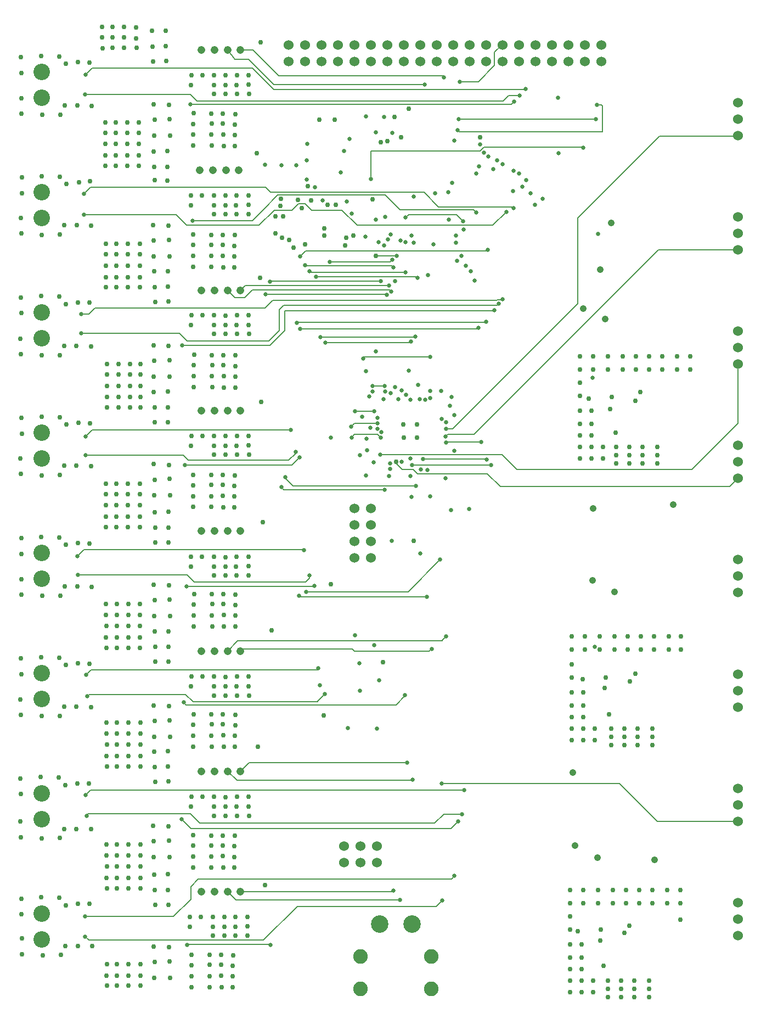
<source format=gbr>
G04 EAGLE Gerber RS-274X export*
G75*
%MOMM*%
%FSLAX34Y34*%
%LPD*%
%INCopper Layer 14*%
%IPPOS*%
%AMOC8*
5,1,8,0,0,1.08239X$1,22.5*%
G01*
%ADD10C,1.208000*%
%ADD11C,1.524000*%
%ADD12C,2.700000*%
%ADD13C,2.250000*%
%ADD14C,2.550000*%
%ADD15C,0.660400*%
%ADD16C,0.152400*%
%ADD17C,0.756400*%
%ADD18C,1.056400*%


D10*
X409420Y1283120D03*
X429420Y1283120D03*
X449420Y1283120D03*
X469420Y1283120D03*
X406880Y1097700D03*
X426880Y1097700D03*
X446880Y1097700D03*
X466880Y1097700D03*
X409420Y726860D03*
X429420Y726860D03*
X449420Y726860D03*
X469420Y726860D03*
X409420Y541440D03*
X429420Y541440D03*
X449420Y541440D03*
X469420Y541440D03*
X409420Y356020D03*
X429420Y356020D03*
X449420Y356020D03*
X469420Y356020D03*
X409420Y170600D03*
X429420Y170600D03*
X449420Y170600D03*
X469420Y170600D03*
X409420Y-14820D03*
X429420Y-14820D03*
X449420Y-14820D03*
X469420Y-14820D03*
X409420Y912280D03*
X429420Y912280D03*
X449420Y912280D03*
X469420Y912280D03*
D11*
X1236980Y1151128D03*
X1236980Y1176528D03*
X1236980Y1201928D03*
X1236980Y974852D03*
X1236980Y1000252D03*
X1236980Y1025652D03*
X1236980Y798576D03*
X1236980Y823976D03*
X1236980Y849376D03*
X1236980Y622300D03*
X1236980Y647700D03*
X1236980Y673100D03*
X1236980Y446024D03*
X1236980Y471424D03*
X1236980Y496824D03*
X1236980Y269748D03*
X1236980Y295148D03*
X1236980Y320548D03*
X1236980Y93472D03*
X1236980Y118872D03*
X1236980Y144272D03*
X1236980Y-82804D03*
X1236980Y-57404D03*
X1236980Y-32004D03*
X1026160Y1290320D03*
X1000760Y1290320D03*
X975360Y1290320D03*
X949960Y1290320D03*
X924560Y1290320D03*
X899160Y1290320D03*
X1026160Y1264920D03*
X1000760Y1264920D03*
X975360Y1264920D03*
X949960Y1264920D03*
X924560Y1264920D03*
X899160Y1264920D03*
X873760Y1290320D03*
X873760Y1264920D03*
X848360Y1290320D03*
X822960Y1290320D03*
X797560Y1290320D03*
X772160Y1290320D03*
X746760Y1290320D03*
X721360Y1290320D03*
X848360Y1264920D03*
X822960Y1264920D03*
X797560Y1264920D03*
X772160Y1264920D03*
X746760Y1264920D03*
X721360Y1264920D03*
X695960Y1290320D03*
X695960Y1264920D03*
X670560Y1290320D03*
X645160Y1290320D03*
X619760Y1290320D03*
X594360Y1290320D03*
X568960Y1290320D03*
X543560Y1290320D03*
X670560Y1264920D03*
X645160Y1264920D03*
X619760Y1264920D03*
X594360Y1264920D03*
X568960Y1264920D03*
X543560Y1264920D03*
X680212Y55372D03*
X654812Y55372D03*
X629412Y55372D03*
X680212Y29972D03*
X654812Y29972D03*
X629412Y29972D03*
D12*
X734168Y-65024D03*
X684168Y-65024D03*
D13*
X764168Y-115024D03*
X654168Y-115024D03*
X654168Y-165024D03*
X764168Y-165024D03*
D14*
X162560Y136640D03*
X162560Y97040D03*
X162560Y878320D03*
X162560Y838720D03*
X162560Y692900D03*
X162560Y653300D03*
X162560Y507480D03*
X162560Y467880D03*
X162560Y322060D03*
X162560Y282460D03*
X162560Y-48780D03*
X162560Y-88380D03*
X162560Y1249160D03*
X162560Y1209560D03*
X162560Y1063740D03*
X162560Y1024140D03*
D11*
X645668Y576072D03*
X645668Y550672D03*
X645668Y525272D03*
X645668Y499872D03*
X671068Y576072D03*
X671068Y550672D03*
X671068Y525272D03*
X671068Y499872D03*
D15*
X686816Y693928D03*
X663194Y787146D03*
X692404Y1025652D03*
X685546Y685064D03*
X701040Y998220D03*
X608584Y685292D03*
X641096Y685292D03*
D16*
X645668Y689864D02*
X680746Y689864D01*
X645668Y689864D02*
X641096Y685292D01*
X680746Y689864D02*
X685546Y685064D01*
D15*
X607568Y956056D03*
D16*
X700278Y956056D01*
D15*
X703326Y959104D03*
D16*
X700278Y956056D01*
D15*
X728980Y788416D03*
X716280Y989076D03*
X731520Y743712D03*
X680401Y699008D03*
X667766Y748538D03*
X691388Y981456D03*
X678180Y817880D03*
D17*
X673608Y1052576D03*
D15*
X691388Y1179576D03*
X799592Y1143000D03*
X794766Y748030D03*
X762000Y756920D03*
X661924Y995172D03*
X704088Y1155192D03*
X700024Y637032D03*
X674624Y647192D03*
X699008Y625856D03*
X758190Y635254D03*
X669544Y700532D03*
X683006Y310642D03*
X591566Y303276D03*
X654050Y294386D03*
X785876Y622808D03*
X822452Y575056D03*
X676148Y365252D03*
X652526Y337058D03*
X624332Y1093724D03*
X641096Y1030224D03*
X572516Y1138428D03*
X638048Y1146048D03*
X1012952Y777240D03*
X1021588Y999236D03*
X960120Y1123696D03*
X1016508Y362712D03*
X678434Y1155446D03*
X572008Y1113028D03*
X595884Y1050544D03*
X584200Y1070864D03*
X571500Y1083056D03*
X678180Y1021588D03*
X801624Y985520D03*
X791210Y1021588D03*
X838897Y1137412D03*
X634746Y237236D03*
X555752Y1104900D03*
X532384Y1104900D03*
X507238Y1105662D03*
X747268Y506476D03*
D17*
X256032Y1318260D03*
X272288Y1318260D03*
X290068Y1318260D03*
X308356Y1317752D03*
X256032Y1302004D03*
X272288Y1302004D03*
X290068Y1302512D03*
X308356Y1300988D03*
X256540Y1285748D03*
X271780Y1286256D03*
X289560Y1286256D03*
X308864Y1286256D03*
X262636Y-144272D03*
X278892Y-144272D03*
X296672Y-144272D03*
X314960Y-144272D03*
X263144Y-160020D03*
X278892Y-160020D03*
X296672Y-160020D03*
X314960Y-160020D03*
X263144Y-126492D03*
X278892Y-126492D03*
X296672Y-126492D03*
X314960Y-126492D03*
X262636Y6096D03*
X278892Y6096D03*
X296672Y6096D03*
X314960Y6096D03*
X263144Y-9652D03*
X278892Y-9652D03*
X296672Y-9652D03*
X314960Y-9652D03*
X262636Y57404D03*
X278892Y57404D03*
X296672Y57404D03*
X314960Y57404D03*
X262636Y41148D03*
X278892Y41148D03*
X296672Y41148D03*
X314960Y41148D03*
X263144Y23876D03*
X278892Y23876D03*
X296672Y23876D03*
X314960Y23876D03*
X262636Y194056D03*
X278892Y194056D03*
X296672Y194056D03*
X314960Y194056D03*
X263144Y178308D03*
X278892Y178308D03*
X296672Y178308D03*
X314960Y178308D03*
X262636Y245364D03*
X278892Y245364D03*
X296672Y245364D03*
X314960Y245364D03*
X262636Y229108D03*
X278892Y229108D03*
X296672Y229108D03*
X314960Y229108D03*
X263144Y211836D03*
X278892Y211836D03*
X296672Y211836D03*
X314960Y211836D03*
X260604Y1171448D03*
X276860Y1171448D03*
X294640Y1171448D03*
X312928Y1171448D03*
X260604Y1155192D03*
X276860Y1155192D03*
X294640Y1155192D03*
X312928Y1155192D03*
X261112Y1137920D03*
X276860Y1137920D03*
X294640Y1137920D03*
X312928Y1137920D03*
X260604Y1120140D03*
X276860Y1120140D03*
X294640Y1120140D03*
X312928Y1120140D03*
X261112Y1104392D03*
X276860Y1104392D03*
X294640Y1104392D03*
X312928Y1104392D03*
X261620Y983996D03*
X277876Y983996D03*
X295656Y983996D03*
X313944Y983996D03*
X261620Y967740D03*
X277876Y967740D03*
X295656Y967740D03*
X313944Y967740D03*
X262128Y950468D03*
X277876Y950468D03*
X295656Y950468D03*
X313944Y950468D03*
X261620Y932688D03*
X277876Y932688D03*
X295656Y932688D03*
X313944Y932688D03*
X262128Y916940D03*
X277876Y916940D03*
X295656Y916940D03*
X313944Y916940D03*
X315468Y782828D03*
X299212Y782828D03*
X281432Y782828D03*
X263144Y782828D03*
X314960Y798576D03*
X299212Y798576D03*
X281432Y798576D03*
X263144Y798576D03*
X315468Y731520D03*
X299212Y731520D03*
X281432Y731520D03*
X263144Y731520D03*
X315468Y747776D03*
X299212Y747776D03*
X281432Y747776D03*
X263144Y747776D03*
X314960Y765048D03*
X299212Y765048D03*
X281432Y765048D03*
X263144Y765048D03*
X262128Y376936D03*
X278384Y376936D03*
X296164Y376936D03*
X314452Y376936D03*
X262636Y361188D03*
X278384Y361188D03*
X296164Y361188D03*
X314452Y361188D03*
X262128Y428244D03*
X278384Y428244D03*
X296164Y428244D03*
X314452Y428244D03*
X262128Y411988D03*
X278384Y411988D03*
X296164Y411988D03*
X314452Y411988D03*
X262636Y394716D03*
X278384Y394716D03*
X296164Y394716D03*
X314452Y394716D03*
X261620Y614172D03*
X277876Y614172D03*
X295656Y614172D03*
X313944Y614172D03*
X261620Y597916D03*
X277876Y597916D03*
X295656Y597916D03*
X313944Y597916D03*
X262128Y580644D03*
X277876Y580644D03*
X295656Y580644D03*
X313944Y580644D03*
X261620Y562864D03*
X277876Y562864D03*
X295656Y562864D03*
X313944Y562864D03*
X262128Y547116D03*
X277876Y547116D03*
X295656Y547116D03*
X313944Y547116D03*
X1148080Y-58420D03*
X1148080Y-33020D03*
X1148080Y-12700D03*
X1127760Y-12700D03*
X1127760Y-33020D03*
X1104900Y-12700D03*
X1104900Y-33020D03*
X1084580Y-33020D03*
X1084580Y-12700D03*
X1064260Y-12700D03*
X1064260Y-33020D03*
X1043940Y-12700D03*
X1043940Y-33020D03*
X1021080Y-12700D03*
X1021080Y-33020D03*
X998220Y-33020D03*
X998220Y-12700D03*
X977900Y-12700D03*
X977900Y-33020D03*
X1149096Y358140D03*
X1149096Y378460D03*
X1130300Y378460D03*
X1130300Y358140D03*
X1107440Y378460D03*
X1107440Y358140D03*
X1087120Y358140D03*
X1087120Y378460D03*
X1066800Y378460D03*
X1066800Y358140D03*
X1046480Y378460D03*
X1046480Y358140D03*
X1023620Y378460D03*
X1023620Y358140D03*
X1000760Y358140D03*
X1000760Y378460D03*
X980440Y378460D03*
X980440Y358140D03*
X1163320Y789940D03*
X1163320Y810260D03*
X1143000Y810260D03*
X1143000Y789940D03*
X1120140Y810260D03*
X1120140Y789940D03*
X1099820Y789940D03*
X1099820Y810260D03*
X1079500Y810260D03*
X1079500Y789940D03*
X1059180Y810260D03*
X1059180Y789940D03*
X1036320Y810260D03*
X1036320Y789940D03*
X1013460Y789940D03*
X1013460Y810260D03*
X993140Y810260D03*
X993140Y789940D03*
X977900Y-53340D03*
X977900Y-73660D03*
X977900Y-96520D03*
X995680Y-96520D03*
X995680Y-116840D03*
X977900Y-116840D03*
X995680Y-134620D03*
X977900Y-134620D03*
X1013460Y-170180D03*
X1013460Y-152400D03*
X995680Y-152400D03*
X977900Y-152400D03*
X977900Y-170180D03*
X995680Y-170180D03*
X993140Y769620D03*
X993140Y749300D03*
X993140Y726440D03*
X1010920Y726440D03*
X1010920Y706120D03*
X993140Y706120D03*
X1010920Y688340D03*
X993140Y688340D03*
X1028700Y652780D03*
X1028700Y670560D03*
X1010920Y670560D03*
X993140Y670560D03*
X993140Y652780D03*
X1010920Y652780D03*
X980440Y335280D03*
X980440Y314960D03*
X980440Y292100D03*
X998220Y292100D03*
X998220Y271780D03*
X980440Y271780D03*
X998220Y254000D03*
X980440Y254000D03*
X1016000Y218440D03*
X1016000Y236220D03*
X998220Y236220D03*
X980440Y236220D03*
X980440Y218440D03*
X998220Y218440D03*
X394208Y-112268D03*
X393700Y-128524D03*
X393700Y-145288D03*
X393700Y-162052D03*
X421640Y-112776D03*
X422148Y-128016D03*
X421640Y-145288D03*
X422148Y-162052D03*
X439420Y-112776D03*
X458216Y-113284D03*
X457708Y-129540D03*
X439420Y-128016D03*
X439928Y-144780D03*
X457708Y-145796D03*
X457708Y-162560D03*
X440436Y-162560D03*
X396748Y72136D03*
X396240Y55880D03*
X396240Y39116D03*
X396240Y22352D03*
X424180Y71628D03*
X424688Y56388D03*
X424180Y39116D03*
X424688Y22352D03*
X441960Y71628D03*
X460756Y71120D03*
X460248Y54864D03*
X441960Y56388D03*
X442468Y39624D03*
X460248Y38608D03*
X460248Y21844D03*
X442976Y21844D03*
X397256Y258572D03*
X396748Y242316D03*
X396748Y225552D03*
X396748Y208788D03*
X424688Y258064D03*
X425196Y242824D03*
X424688Y225552D03*
X425196Y208788D03*
X442468Y258064D03*
X461264Y257556D03*
X461264Y241300D03*
X442468Y242824D03*
X442976Y226060D03*
X460756Y225044D03*
X460756Y208280D03*
X443484Y208280D03*
X397764Y443992D03*
X397256Y427736D03*
X397256Y410972D03*
X397256Y394208D03*
X425196Y443484D03*
X425704Y428244D03*
X425196Y410972D03*
X425704Y394208D03*
X442976Y443484D03*
X461772Y442976D03*
X461264Y426720D03*
X442976Y428244D03*
X443484Y411480D03*
X461264Y410464D03*
X461264Y393700D03*
X443992Y393700D03*
X396748Y627888D03*
X396240Y611632D03*
X396240Y594868D03*
X396240Y578104D03*
X424180Y627380D03*
X424688Y612140D03*
X424180Y594868D03*
X424688Y578104D03*
X441960Y627380D03*
X460756Y626872D03*
X460248Y610616D03*
X441960Y612140D03*
X442468Y595376D03*
X460248Y594360D03*
X460248Y577596D03*
X442976Y577596D03*
X397764Y812800D03*
X397256Y796544D03*
X397256Y779780D03*
X397256Y763016D03*
X425196Y812292D03*
X425704Y797052D03*
X425196Y779780D03*
X425704Y763016D03*
X442976Y812292D03*
X461772Y811784D03*
X461264Y795528D03*
X442976Y797052D03*
X443484Y780288D03*
X461264Y779272D03*
X461264Y762508D03*
X443992Y762508D03*
X396748Y998220D03*
X396240Y981964D03*
X396240Y965200D03*
X396240Y948436D03*
X424180Y997712D03*
X424688Y982472D03*
X424180Y965200D03*
X424688Y948436D03*
X441960Y997712D03*
X460756Y997204D03*
X460248Y980948D03*
X441960Y982472D03*
X442468Y965708D03*
X460248Y964692D03*
X460248Y947928D03*
X442976Y947928D03*
X397256Y1185164D03*
X396748Y1168908D03*
X396748Y1152144D03*
X396748Y1135380D03*
X424688Y1184656D03*
X425196Y1169416D03*
X424688Y1152144D03*
X425196Y1135380D03*
X442468Y1184656D03*
X461264Y1184148D03*
X460756Y1167892D03*
X442468Y1169416D03*
X442976Y1152652D03*
X460756Y1151636D03*
X460756Y1134872D03*
X443484Y1134872D03*
D18*
X1108710Y34290D03*
X985520Y55880D03*
X1137412Y581660D03*
X1013460Y576072D03*
X1012698Y465074D03*
X1041908Y1016000D03*
X1024636Y943864D03*
X998220Y883920D03*
X982472Y168656D03*
D17*
X500380Y1294892D03*
X494284Y1123696D03*
X499364Y931672D03*
X501142Y740410D03*
X504190Y554482D03*
X517652Y388084D03*
X496316Y208280D03*
X507492Y-5080D03*
X615188Y1175004D03*
X523212Y999744D03*
X544576Y990092D03*
X551688Y978408D03*
X598424Y1007900D03*
X720852Y705612D03*
X741426Y705612D03*
X721614Y685038D03*
X741426Y685038D03*
X598170Y256540D03*
X643890Y996950D03*
X689610Y339090D03*
X598424Y996696D03*
X534924Y1026160D03*
X530860Y1042416D03*
X531423Y1053112D03*
X564388Y1039180D03*
D15*
X736346Y1056894D03*
X769620Y1062228D03*
X790448Y1063752D03*
X813308Y1019048D03*
D16*
X803148Y1029208D01*
X728980Y1029208D02*
X724408Y1024636D01*
X728980Y1029208D02*
X803148Y1029208D01*
D15*
X724408Y1024636D03*
D17*
X729234Y1192530D03*
D15*
X916940Y1061720D03*
X813816Y1005840D03*
X796290Y1077722D03*
X808228Y1233932D03*
D16*
X836676Y1233932D01*
X861568Y1258824D02*
X861568Y1279144D01*
X872744Y1290320D01*
X873760Y1290320D01*
X861568Y1258824D02*
X836676Y1233932D01*
D15*
X230124Y1245108D03*
D16*
X240284Y1255268D02*
X487680Y1255268D01*
X240284Y1255268D02*
X230124Y1245108D01*
X520700Y1222248D02*
X909828Y1222248D01*
X909828Y1222756D01*
D15*
X909828Y1222756D03*
X910336Y1082548D03*
D16*
X520700Y1222248D02*
X487680Y1255268D01*
D15*
X391922Y1199134D03*
D16*
X887476Y1198880D02*
X891540Y1202944D01*
X887476Y1198880D02*
X393192Y1198880D01*
X392938Y1199134D01*
X391922Y1199134D01*
D15*
X891540Y1202944D03*
X890524Y1096264D03*
X395478Y1019302D03*
D16*
X487426Y1019302D02*
X504852Y1036728D01*
X487426Y1019302D02*
X395478Y1019302D01*
X715770Y1036322D02*
X829054Y1036322D01*
X715770Y1036322D02*
X692912Y1059180D01*
X526823Y1059180D01*
X504852Y1036728D01*
X829054Y1036322D02*
X833120Y1032256D01*
D15*
X833120Y1032256D03*
X833120Y1092200D03*
X224028Y875284D03*
D16*
X244856Y884936D02*
X507173Y884936D01*
X244856Y884936D02*
X235204Y875284D01*
X224028Y875284D01*
X519017Y896779D02*
X864493Y896779D01*
X865349Y897636D01*
X873760Y897636D02*
X874268Y898144D01*
X873760Y897636D02*
X865349Y897636D01*
D15*
X874268Y898144D03*
X874268Y1106932D03*
D16*
X519017Y896779D02*
X507173Y884936D01*
D15*
X379476Y827532D03*
D16*
X515112Y827532D01*
X861060Y880872D02*
X861568Y881380D01*
X861060Y880872D02*
X537972Y880872D01*
D15*
X861568Y881380D03*
X859536Y1098804D03*
D16*
X537972Y880872D02*
X537972Y850392D01*
X515112Y827532D01*
D15*
X384048Y643128D03*
D16*
X549148Y643128D01*
X560832Y654812D01*
D15*
X560832Y654812D03*
X561340Y852932D03*
X836676Y854456D03*
X837184Y1103376D03*
D16*
X836676Y854456D02*
X837184Y854456D01*
X835660Y852932D01*
X561340Y852932D01*
D15*
X230632Y657860D03*
D16*
X388620Y650240D02*
X544068Y650240D01*
X388620Y650240D02*
X381000Y657860D01*
X230632Y657860D01*
X544068Y650240D02*
X554736Y660908D01*
X554736Y663448D01*
D15*
X554736Y663448D03*
X556260Y862076D03*
D16*
X846836Y862584D02*
X848360Y864108D01*
X846836Y862584D02*
X556768Y862584D01*
X556260Y862076D01*
D15*
X848360Y864108D03*
X845312Y1124712D03*
X217932Y502412D03*
D16*
X227584Y512064D02*
X566928Y512064D01*
X227584Y512064D02*
X217932Y502412D01*
X566928Y512064D02*
X567436Y511556D01*
D15*
X567436Y511556D03*
X568960Y950976D03*
D16*
X703072Y950468D02*
X705612Y947928D01*
X703072Y950468D02*
X569468Y950468D01*
X568960Y950976D01*
D15*
X705612Y947928D03*
X218186Y473202D03*
D16*
X387350Y473202D01*
X398018Y462534D01*
D15*
X576072Y472440D03*
X575564Y941324D03*
X724408Y939800D03*
X724408Y986282D03*
D16*
X576072Y472440D02*
X575564Y471932D01*
X575564Y468376D01*
X569722Y462534D01*
X398018Y462534D01*
X724408Y939800D02*
X723900Y940308D01*
X576580Y940308D01*
X575564Y941324D01*
D15*
X386588Y455930D03*
D16*
X582422Y455930D02*
X583184Y456692D01*
X582422Y455930D02*
X386588Y455930D01*
D15*
X583184Y456692D03*
X586232Y933196D03*
D16*
X741172Y933196D01*
X742696Y931672D01*
D15*
X742696Y931672D03*
X231648Y319532D03*
D16*
X239268Y327152D02*
X587756Y327152D01*
X239268Y327152D02*
X231648Y319532D01*
X587756Y327152D02*
X589788Y329184D01*
D15*
X589788Y329184D03*
X592836Y839724D03*
D16*
X737616Y839724D01*
X738632Y840740D01*
X738886Y840486D01*
D15*
X738886Y840486D03*
X736600Y985520D03*
X232664Y286004D03*
D16*
X235712Y289052D02*
X384839Y289052D01*
X235712Y289052D02*
X232664Y286004D01*
X384839Y289052D02*
X396015Y277876D01*
X588264Y277876D01*
X588264Y278384D02*
X599948Y290068D01*
X588264Y278384D02*
X588264Y277876D01*
D15*
X599948Y290068D03*
X600710Y831850D03*
D16*
X729742Y831850D01*
X731520Y833628D01*
X732028Y833628D01*
X732536Y833120D01*
D15*
X732536Y833120D03*
X733298Y996442D03*
X381762Y276606D03*
D16*
X385318Y273050D02*
X709422Y273050D01*
X385318Y273050D02*
X381762Y276606D01*
X723138Y286766D02*
X723138Y287782D01*
X723138Y286766D02*
X709422Y273050D01*
D15*
X723138Y287782D03*
X658876Y807212D03*
D16*
X761492Y809244D02*
X762000Y809752D01*
X761492Y809244D02*
X660908Y809244D01*
X658876Y807212D01*
D15*
X762000Y809752D03*
X758952Y935736D03*
X230632Y134112D03*
D16*
X238252Y141732D01*
X814832Y141732D01*
D15*
X814832Y141732D03*
X824484Y941832D03*
X231902Y101854D03*
D16*
X769112Y90424D02*
X783336Y104648D01*
X811276Y104648D01*
X392430Y104902D02*
X234950Y104902D01*
X231902Y101854D01*
X392430Y104902D02*
X406908Y90424D01*
X769112Y90424D01*
D15*
X811276Y104648D03*
X830580Y927608D03*
X378460Y96520D03*
D16*
X794512Y82296D02*
X805688Y93472D01*
X794512Y82296D02*
X392684Y82296D01*
X378460Y96520D01*
D15*
X805688Y93472D03*
X816864Y949960D03*
X387350Y-97282D03*
D16*
X387858Y-96774D01*
X516128Y-96774D01*
X516128Y-97028D01*
D15*
X516128Y-97028D03*
X767334Y983234D03*
X229616Y-53340D03*
D16*
X392684Y-7112D02*
X404368Y4572D01*
X392684Y-7112D02*
X392684Y-26924D01*
X366268Y-53340D01*
X229616Y-53340D01*
X795020Y4572D02*
X799592Y9144D01*
X795020Y4572D02*
X404368Y4572D01*
D15*
X799592Y9144D03*
X810006Y965454D03*
X229616Y-84328D03*
D16*
X235204Y-89916D02*
X504669Y-89916D01*
X235204Y-89916D02*
X229616Y-84328D01*
X504669Y-89916D02*
X556993Y-37592D01*
X771652Y-37592D01*
X779641Y-29603D01*
X780186Y-29566D02*
X780796Y-28956D01*
X780186Y-29566D02*
X779641Y-29603D01*
D15*
X780796Y-28956D03*
X803910Y957834D03*
X229870Y1213866D03*
D16*
X883412Y1212596D02*
X900176Y1212596D01*
X883412Y1212596D02*
X875030Y1204214D01*
X402082Y1204214D02*
X392430Y1213866D01*
X229870Y1213866D01*
X402082Y1204214D02*
X875030Y1204214D01*
D15*
X900176Y1212596D03*
X899668Y1092708D03*
X227584Y1060704D03*
D16*
X237744Y1070864D02*
X508508Y1070864D01*
X237744Y1070864D02*
X227584Y1060704D01*
X508508Y1070864D02*
X516128Y1063244D01*
X752433Y1063244D01*
X774897Y1040779D01*
X889621Y1040779D02*
X891145Y1039255D01*
X889621Y1040779D02*
X774897Y1040779D01*
D15*
X891145Y1039255D03*
X890016Y1065276D03*
X228092Y1028700D03*
X879856Y1033272D03*
X904748Y1071880D03*
D16*
X879856Y1033272D02*
X859028Y1012444D01*
X625856Y1035652D02*
X579120Y1035812D01*
X569468Y1045464D01*
X558800Y1045464D01*
X548988Y1035652D01*
X521556Y1035652D01*
X498348Y1012444D01*
X386588Y1012444D01*
X370332Y1028700D01*
X228092Y1028700D01*
X625856Y1035652D02*
X649064Y1012444D01*
X859028Y1012444D01*
D15*
X935736Y1053592D03*
X924052Y1044448D03*
X671068Y1083564D03*
D16*
X671068Y1126744D01*
X671576Y1127252D01*
X839216Y1127252D01*
X845312Y1133348D01*
X998728Y1133348D01*
X998728Y1131824D01*
D15*
X998728Y1131824D03*
X230124Y686816D03*
D16*
X240284Y696976D02*
X545084Y696976D01*
X240284Y696976D02*
X230124Y686816D01*
X545338Y696722D02*
X546862Y696722D01*
X545338Y696722D02*
X545084Y696976D01*
D15*
X546862Y696722D03*
X561594Y964438D03*
D16*
X849122Y972566D02*
X851154Y974598D01*
D15*
X851154Y974598D03*
X852170Y1118870D03*
D16*
X569722Y972566D02*
X561594Y964438D01*
X569722Y972566D02*
X849122Y972566D01*
D15*
X223520Y846328D03*
D16*
X374904Y846328D02*
X387096Y834136D01*
X374904Y846328D02*
X223520Y846328D01*
X387096Y834136D02*
X513588Y834136D01*
X529336Y849884D01*
X529082Y850138D01*
X535940Y889508D02*
X865124Y889508D01*
D15*
X867664Y892048D03*
X865124Y1113028D03*
D16*
X867664Y892048D02*
X865124Y889508D01*
X529082Y882650D02*
X529082Y850138D01*
X529082Y882650D02*
X535940Y889508D01*
D15*
X804672Y1159256D03*
D16*
X807212Y1156716D01*
X1027684Y1156716D01*
X1027684Y1196340D01*
X1025906Y1198118D01*
X1019302Y1198118D01*
D15*
X1019302Y1198118D03*
X806196Y1176020D03*
D16*
X806704Y1176528D02*
X1018032Y1176528D01*
X806704Y1176528D02*
X806196Y1176020D01*
D15*
X1018032Y1176528D03*
X697230Y990346D03*
X717804Y757936D03*
X708152Y926084D03*
X710504Y965406D03*
X725197Y751105D03*
D17*
X678180Y965200D03*
D16*
X678386Y965406D01*
X710504Y965406D01*
D15*
X663448Y1180084D03*
X682244Y986536D03*
X747776Y636016D03*
X762254Y594614D03*
X663956Y683260D03*
X664464Y665988D03*
X779272Y756920D03*
X679704Y236220D03*
X702564Y526288D03*
X794258Y573278D03*
X959358Y1208786D03*
X629412Y1127252D03*
X633476Y1049528D03*
X801624Y996696D03*
D17*
X736600Y525780D03*
X591058Y1175258D03*
X523212Y1026160D03*
X603504Y1044448D03*
X578104Y1051024D03*
X533372Y993168D03*
X839470Y1148080D03*
X631190Y981710D03*
X558292Y1052068D03*
X609092Y458724D03*
D15*
X786892Y698500D03*
D16*
X796544Y698500D01*
X989584Y891540D02*
X989584Y1023388D01*
X989584Y891540D02*
X796544Y698500D01*
X989584Y1023388D02*
X1116308Y1150112D01*
X1235964Y1150112D02*
X1236980Y1151128D01*
X1235964Y1150112D02*
X1116308Y1150112D01*
D15*
X785876Y686816D03*
D16*
X789432Y690372D02*
X830072Y690372D01*
X789432Y690372D02*
X785876Y686816D01*
X1114552Y974852D02*
X1236980Y974852D01*
X1114552Y974852D02*
X830072Y690372D01*
D15*
X684784Y658876D03*
D16*
X872744Y658876D02*
X895604Y636016D01*
X872744Y658876D02*
X684784Y658876D01*
X895604Y636016D02*
X1165860Y636016D01*
X1236980Y707136D02*
X1236980Y798576D01*
X1236980Y707136D02*
X1165860Y636016D01*
X735555Y636270D02*
X718566Y636270D01*
X735555Y636270D02*
X742413Y629412D01*
X850392Y629412D02*
X870204Y609600D01*
X1224280Y609600D02*
X1236980Y622300D01*
X1224280Y609600D02*
X870204Y609600D01*
X850392Y629412D02*
X742413Y629412D01*
D17*
X709704Y647783D03*
D16*
X709704Y645132D02*
X718566Y636270D01*
X709704Y645132D02*
X709704Y647783D01*
D15*
X734568Y643128D03*
D16*
X856488Y643128D02*
X856488Y642620D01*
X856488Y643128D02*
X734568Y643128D01*
D15*
X856488Y642620D03*
X751332Y652272D03*
X849376Y651256D03*
D16*
X849376Y652272D01*
X751332Y652272D01*
D15*
X799084Y664972D03*
X780288Y151892D03*
D16*
X1113028Y92964D02*
X1236472Y92964D01*
X1236980Y93472D01*
X1038860Y151892D02*
X780288Y151892D01*
X1038860Y151892D02*
X1054100Y151892D01*
X1113028Y92964D01*
D15*
X786384Y677672D03*
X840994Y677926D03*
D16*
X786638Y677926D02*
X786384Y677672D01*
X786638Y677926D02*
X840994Y677926D01*
D15*
X754380Y743204D03*
X753364Y1229868D03*
D16*
X520700Y1229868D02*
X482092Y1268476D01*
X460528Y1268476D01*
X449420Y1283120D01*
X520700Y1229868D02*
X753364Y1229868D01*
D17*
X1069848Y-67564D03*
D15*
X786384Y708660D03*
X783336Y1240536D03*
D16*
X783336Y1243138D01*
X528198Y1243138D01*
X488216Y1283120D01*
X469420Y1283120D01*
D15*
X690372Y744728D03*
X685800Y926084D03*
X515112Y925576D03*
D16*
X515620Y926084D02*
X685800Y926084D01*
X515620Y926084D02*
X515112Y925576D01*
D15*
X692912Y755904D03*
X694944Y905256D03*
D16*
X693928Y906272D01*
D15*
X508508Y905764D03*
D16*
X509016Y906272D02*
X693928Y906272D01*
X509016Y906272D02*
X508508Y905764D01*
D15*
X713204Y744249D03*
X691896Y604520D03*
D16*
X691388Y605028D01*
X536448Y605028D02*
X532384Y609092D01*
D15*
X532384Y609092D03*
D16*
X536448Y605028D02*
X691388Y605028D01*
D15*
X746252Y744503D03*
X740156Y610616D03*
D16*
X550672Y610616D02*
X538480Y622808D01*
X538480Y623824D01*
D15*
X538480Y623824D03*
D16*
X550672Y610616D02*
X740156Y610616D01*
D15*
X762508Y745744D03*
X756666Y439166D03*
D16*
X562102Y439166D01*
X559816Y441452D01*
D15*
X559816Y441452D03*
X792480Y734060D03*
X777748Y496824D03*
D16*
X728472Y447548D01*
X570484Y447548D01*
D15*
X570484Y447548D03*
X799592Y719836D03*
X786892Y378460D03*
D16*
X780796Y372364D01*
X780796Y371856D01*
X465256Y371856D01*
X449420Y356020D01*
D15*
X779780Y714248D03*
X764286Y359156D03*
D16*
X472556Y359156D02*
X469420Y356020D01*
X472556Y359156D02*
X641604Y359156D01*
X645160Y355600D01*
X760730Y355600D01*
X764286Y359156D01*
D15*
X732028Y625856D03*
X735330Y157226D03*
D16*
X734790Y156686D01*
X463939Y156686D01*
X450025Y170600D02*
X449420Y170600D01*
X450025Y170600D02*
X463939Y156686D01*
D15*
X718312Y648208D03*
X726186Y184150D03*
D16*
X482970Y184150D01*
X469420Y170600D01*
D15*
X700024Y645160D03*
X715772Y-27432D03*
D16*
X462032Y-27432D02*
X449420Y-14820D01*
X462032Y-27432D02*
X715772Y-27432D01*
D15*
X653796Y657860D03*
X705612Y-13716D03*
D16*
X704508Y-14820D01*
X469420Y-14820D01*
D15*
X701011Y753393D03*
X702056Y910336D03*
D16*
X699516Y912876D01*
X487782Y912876D01*
X476098Y901192D01*
X460508Y901192D01*
X449420Y912280D01*
D15*
X707644Y762791D03*
X698500Y919988D03*
D16*
X697992Y919480D01*
X476620Y919480D01*
X469420Y912280D01*
D17*
X1078484Y321056D03*
X130048Y837692D03*
X130556Y813816D03*
X162560Y811784D03*
X238760Y826008D03*
X197104Y826516D03*
X216408Y826516D03*
X190500Y812292D03*
X335280Y827532D03*
X358648Y826516D03*
X336296Y803656D03*
X359664Y804672D03*
X360172Y779272D03*
X335788Y779272D03*
X130556Y901192D03*
X131064Y877316D03*
X236220Y893064D03*
X218440Y893572D03*
X189484Y902716D03*
X199644Y891032D03*
X161544Y903224D03*
X337820Y894588D03*
X358140Y895096D03*
X336296Y941324D03*
X357632Y941832D03*
X337312Y917448D03*
X357632Y917956D03*
X130048Y652780D03*
X130556Y628904D03*
X162560Y626872D03*
X238760Y641096D03*
X197104Y641604D03*
X216408Y641604D03*
X190500Y627380D03*
X335788Y644144D03*
X359156Y643128D03*
X336804Y620268D03*
X360172Y621284D03*
X360680Y595884D03*
X336296Y595884D03*
X131572Y715264D03*
X132080Y691388D03*
X237236Y707136D03*
X219456Y707644D03*
X190500Y716788D03*
X200660Y705104D03*
X162560Y717296D03*
X337312Y708660D03*
X357632Y709168D03*
X335788Y755396D03*
X357124Y755904D03*
X336804Y731520D03*
X357124Y732028D03*
X131064Y466852D03*
X131572Y442976D03*
X163576Y440944D03*
X239776Y455168D03*
X198120Y455676D03*
X217424Y455676D03*
X191516Y441452D03*
X335788Y458216D03*
X359156Y457200D03*
X336804Y434340D03*
X360172Y435356D03*
X360680Y409956D03*
X336296Y409956D03*
X131064Y529844D03*
X131572Y505968D03*
X236728Y521716D03*
X218948Y522224D03*
X189992Y531368D03*
X200152Y519684D03*
X162052Y531876D03*
X338328Y523240D03*
X358648Y523748D03*
X336804Y569976D03*
X358140Y570484D03*
X337820Y546100D03*
X358140Y546608D03*
X130048Y281432D03*
X130556Y257556D03*
X162560Y255524D03*
X238760Y269748D03*
X197104Y270256D03*
X216408Y270256D03*
X190500Y256032D03*
X335788Y271780D03*
X359156Y270764D03*
X336804Y247904D03*
X360172Y248920D03*
X360680Y223520D03*
X336296Y223520D03*
X130556Y344424D03*
X131064Y320548D03*
X236220Y336296D03*
X218440Y336804D03*
X189484Y345948D03*
X199644Y334264D03*
X161544Y346456D03*
X338328Y339344D03*
X358648Y339852D03*
X336804Y386080D03*
X358140Y386588D03*
X337820Y362204D03*
X358140Y362712D03*
X130048Y92964D03*
X130556Y69088D03*
X162560Y67056D03*
X238760Y81280D03*
X197104Y81788D03*
X216408Y81788D03*
X190500Y67564D03*
X334772Y86868D03*
X358140Y85852D03*
X335788Y62992D03*
X359156Y64008D03*
X359664Y38608D03*
X335280Y38608D03*
X130048Y159512D03*
X130556Y135636D03*
X235712Y151384D03*
X217932Y151892D03*
X188976Y161036D03*
X199136Y149352D03*
X161036Y161544D03*
X337820Y154432D03*
X358140Y154940D03*
X336296Y201168D03*
X357632Y201676D03*
X337312Y177292D03*
X357632Y177800D03*
X132080Y-87376D03*
X132588Y-111252D03*
X164592Y-113284D03*
X240792Y-99060D03*
X199136Y-98552D03*
X218440Y-98552D03*
X192532Y-112776D03*
X335788Y-99568D03*
X359156Y-100584D03*
X336804Y-123444D03*
X360172Y-122428D03*
X360680Y-147828D03*
X336296Y-147828D03*
X131064Y-25908D03*
X131572Y-49784D03*
X236728Y-34036D03*
X218948Y-33528D03*
X189992Y-24384D03*
X200152Y-36068D03*
X162052Y-23876D03*
X337820Y-35560D03*
X358140Y-35052D03*
X336296Y11176D03*
X357632Y11684D03*
X337312Y-12700D03*
X357632Y-12192D03*
X131064Y1208532D03*
X131572Y1184656D03*
X163576Y1182624D03*
X239776Y1196848D03*
X198120Y1197356D03*
X217424Y1197356D03*
X191516Y1183132D03*
X335788Y1198880D03*
X359156Y1197864D03*
X336804Y1175004D03*
X360172Y1176020D03*
X360680Y1150620D03*
X336296Y1150620D03*
X130556Y1271524D03*
X131064Y1247648D03*
X236220Y1263396D03*
X218440Y1263904D03*
X189484Y1273048D03*
X199644Y1261364D03*
X161544Y1273556D03*
X334264Y1265428D03*
X354584Y1265936D03*
X332740Y1312164D03*
X354076Y1312672D03*
X333756Y1288288D03*
X354076Y1288796D03*
X130556Y1023620D03*
X131064Y999744D03*
X163068Y997712D03*
X239268Y1011936D03*
X197612Y1012444D03*
X216916Y1012444D03*
X191008Y998220D03*
X334772Y1012952D03*
X358140Y1011936D03*
X335788Y989076D03*
X359156Y990092D03*
X359664Y964692D03*
X335280Y964692D03*
X132080Y1086104D03*
X132588Y1062228D03*
X237236Y1080516D03*
X219964Y1078484D03*
X191008Y1087628D03*
X201168Y1075944D03*
X163068Y1088136D03*
X337312Y1082040D03*
X356616Y1081532D03*
X335280Y1126236D03*
X356616Y1126744D03*
X336296Y1102360D03*
X356616Y1102868D03*
X1024636Y-90424D03*
X1029716Y-129540D03*
X1031240Y298704D03*
X1038352Y258064D03*
X1039876Y729488D03*
X1048512Y692404D03*
X393700Y1244092D03*
X410464Y1244092D03*
X482092Y1244092D03*
X463804Y1244092D03*
X446532Y1243584D03*
X428752Y1244092D03*
X482600Y1215136D03*
X463804Y1215136D03*
X446532Y1215136D03*
X428752Y1215136D03*
X482092Y1229360D03*
X393192Y1228852D03*
X463296Y1228852D03*
X446532Y1228852D03*
X428752Y1228852D03*
X393192Y1058672D03*
X409956Y1058672D03*
X481584Y1058672D03*
X463296Y1058672D03*
X446024Y1058164D03*
X428244Y1058672D03*
X482092Y1029716D03*
X463296Y1029716D03*
X446024Y1029716D03*
X428244Y1029716D03*
X481584Y1043940D03*
X392684Y1043432D03*
X462788Y1043432D03*
X446024Y1043432D03*
X428244Y1043432D03*
X393700Y873760D03*
X410464Y873760D03*
X482092Y873760D03*
X463804Y873760D03*
X446532Y873252D03*
X428752Y873760D03*
X482600Y844804D03*
X463804Y844804D03*
X446532Y844804D03*
X428752Y844804D03*
X482092Y859028D03*
X393192Y858520D03*
X463296Y858520D03*
X446532Y858520D03*
X428752Y858520D03*
X393700Y687832D03*
X410464Y687832D03*
X482092Y687832D03*
X463804Y687832D03*
X446532Y687324D03*
X428752Y687832D03*
X482600Y658876D03*
X463804Y658876D03*
X446532Y658876D03*
X428752Y658876D03*
X482092Y673100D03*
X393192Y672592D03*
X463296Y672592D03*
X446532Y672592D03*
X428752Y672592D03*
X393192Y501396D03*
X409956Y501396D03*
X481584Y501396D03*
X463296Y501396D03*
X446024Y500888D03*
X428244Y501396D03*
X482092Y472440D03*
X463296Y472440D03*
X446024Y472440D03*
X428244Y472440D03*
X481584Y486664D03*
X392684Y486156D03*
X462788Y486156D03*
X446024Y486156D03*
X428244Y486156D03*
X393700Y316484D03*
X410464Y316484D03*
X482092Y316484D03*
X463804Y316484D03*
X446532Y315976D03*
X428752Y316484D03*
X482600Y287528D03*
X463804Y287528D03*
X446532Y287528D03*
X428752Y287528D03*
X482092Y301752D03*
X393192Y301244D03*
X463296Y301244D03*
X446532Y301244D03*
X428752Y301244D03*
X393700Y131064D03*
X410464Y131064D03*
X482092Y131064D03*
X463804Y131064D03*
X446532Y130556D03*
X428752Y131064D03*
X482600Y102108D03*
X463804Y102108D03*
X446532Y102108D03*
X428752Y102108D03*
X482092Y116332D03*
X393192Y115824D03*
X463296Y115824D03*
X446532Y115824D03*
X428752Y115824D03*
X391668Y-53848D03*
X408432Y-53848D03*
X480060Y-53848D03*
X461772Y-53848D03*
X444500Y-54356D03*
X426720Y-53848D03*
X480568Y-82804D03*
X461772Y-82804D03*
X444500Y-82804D03*
X426720Y-82804D03*
X480060Y-68580D03*
X391160Y-69088D03*
X461264Y-69088D03*
X444500Y-69088D03*
X426720Y-69088D03*
X1036320Y-152400D03*
X1056640Y-152400D03*
X1099820Y-152400D03*
X1076960Y-152400D03*
X1099820Y-165100D03*
X1076960Y-165100D03*
X1056640Y-165100D03*
X1036320Y-165100D03*
X1036320Y-177800D03*
X1099820Y-177800D03*
X1076960Y-177800D03*
X1056640Y-177800D03*
X1049020Y670560D03*
X1069340Y670560D03*
X1112520Y670560D03*
X1089660Y670560D03*
X1112520Y657860D03*
X1089660Y657860D03*
X1069340Y657860D03*
X1049020Y657860D03*
X1049020Y645160D03*
X1112520Y645160D03*
X1089660Y645160D03*
X1069340Y645160D03*
X1041400Y236220D03*
X1061720Y236220D03*
X1104900Y236220D03*
X1082040Y236220D03*
X1104900Y223520D03*
X1082040Y223520D03*
X1061720Y223520D03*
X1041400Y223520D03*
X1041400Y210820D03*
X1104900Y210820D03*
X1082040Y210820D03*
X1061720Y210820D03*
D18*
X1020572Y37084D03*
X1046226Y447294D03*
X1032256Y868172D03*
D17*
X1006856Y745236D03*
X1078992Y741680D03*
X1042416Y747776D03*
X1086612Y755396D03*
X997204Y312928D03*
X1070356Y309372D03*
X1033170Y315468D03*
X990092Y-75692D03*
X1062228Y-78740D03*
X1025144Y-73152D03*
D15*
X733044Y593852D03*
X731379Y652639D03*
X743340Y766572D03*
X646176Y380238D03*
X680720Y707136D03*
X640080Y702056D03*
D16*
X645160Y707136D01*
X680720Y707136D01*
D15*
X675640Y725424D03*
X673608Y756412D03*
X646176Y725424D03*
D16*
X675640Y725424D01*
D15*
X691896Y764540D03*
X663194Y626618D03*
X680771Y715496D03*
X672846Y764794D03*
D16*
X691642Y764794D01*
X691896Y764540D01*
D15*
X657127Y717013D03*
D17*
X695960Y1141984D03*
X616712Y1043940D03*
X686308Y1140968D03*
X573532Y1072642D03*
X716816Y1148588D03*
X632460Y993648D03*
X707286Y1179576D03*
X569468Y983488D03*
M02*

</source>
